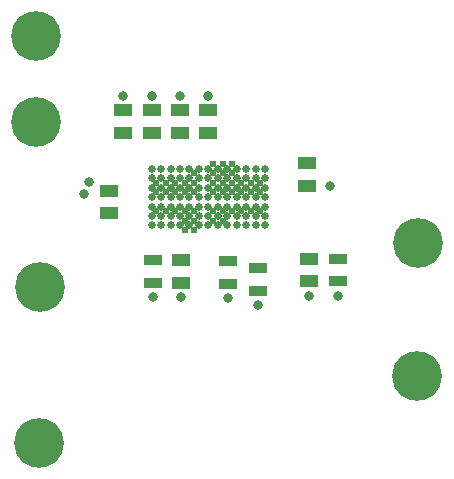
<source format=gts>
G04*
G04 #@! TF.GenerationSoftware,Altium Limited,Altium Designer,23.3.1 (30)*
G04*
G04 Layer_Color=8388736*
%FSLAX44Y44*%
%MOMM*%
G71*
G04*
G04 #@! TF.SameCoordinates,88914B4D-56C6-40B9-BAF4-16A5A3F371A8*
G04*
G04*
G04 #@! TF.FilePolarity,Negative*
G04*
G01*
G75*
%ADD15R,1.5032X0.9032*%
%ADD16R,1.5032X1.1032*%
%ADD17C,0.6532*%
%ADD18C,4.2032*%
%ADD19C,0.8032*%
%ADD20C,0.6032*%
D15*
X314500Y177250D02*
D03*
Y196250D02*
D03*
X381750Y204250D02*
D03*
Y185250D02*
D03*
X225000Y203000D02*
D03*
Y184000D02*
D03*
X289250Y183250D02*
D03*
Y202250D02*
D03*
D16*
X224250Y330000D02*
D03*
Y311000D02*
D03*
X357750Y185250D02*
D03*
Y204250D02*
D03*
X249000Y184000D02*
D03*
Y203000D02*
D03*
X188250Y262000D02*
D03*
Y243000D02*
D03*
X248250Y311000D02*
D03*
Y330000D02*
D03*
X272250Y311000D02*
D03*
Y330000D02*
D03*
X200250Y311000D02*
D03*
Y330000D02*
D03*
X356000Y266250D02*
D03*
Y285250D02*
D03*
D17*
X320250Y280500D02*
D03*
Y272500D02*
D03*
Y264500D02*
D03*
Y256500D02*
D03*
Y248500D02*
D03*
Y240500D02*
D03*
Y232500D02*
D03*
X312250Y280500D02*
D03*
Y272500D02*
D03*
Y264500D02*
D03*
Y256500D02*
D03*
Y248500D02*
D03*
Y240500D02*
D03*
Y232500D02*
D03*
X304250Y280500D02*
D03*
Y272500D02*
D03*
Y264500D02*
D03*
Y256500D02*
D03*
Y248500D02*
D03*
Y240500D02*
D03*
Y232500D02*
D03*
X296250Y280500D02*
D03*
Y272500D02*
D03*
Y264500D02*
D03*
Y256500D02*
D03*
Y248500D02*
D03*
Y240500D02*
D03*
Y232500D02*
D03*
X288250Y280500D02*
D03*
Y272500D02*
D03*
Y264500D02*
D03*
Y256500D02*
D03*
Y248500D02*
D03*
Y240500D02*
D03*
Y232500D02*
D03*
X280250Y280500D02*
D03*
Y272500D02*
D03*
Y264500D02*
D03*
Y256500D02*
D03*
Y248500D02*
D03*
Y240500D02*
D03*
Y232500D02*
D03*
X272250Y280500D02*
D03*
Y272500D02*
D03*
Y264500D02*
D03*
Y256500D02*
D03*
Y248500D02*
D03*
Y240500D02*
D03*
Y232500D02*
D03*
X264250Y280500D02*
D03*
Y272500D02*
D03*
Y264500D02*
D03*
Y256500D02*
D03*
Y248500D02*
D03*
Y240500D02*
D03*
Y232500D02*
D03*
X256250Y280500D02*
D03*
Y272500D02*
D03*
Y264500D02*
D03*
Y256500D02*
D03*
Y248500D02*
D03*
Y240500D02*
D03*
Y232500D02*
D03*
X248250Y280500D02*
D03*
Y272500D02*
D03*
Y264500D02*
D03*
Y256500D02*
D03*
Y248500D02*
D03*
Y240500D02*
D03*
Y232500D02*
D03*
X240250Y280500D02*
D03*
Y272500D02*
D03*
Y264500D02*
D03*
Y256500D02*
D03*
Y248500D02*
D03*
Y240500D02*
D03*
Y232500D02*
D03*
X232250Y280500D02*
D03*
Y272500D02*
D03*
Y264500D02*
D03*
Y256500D02*
D03*
Y248500D02*
D03*
Y240500D02*
D03*
Y232500D02*
D03*
X224250Y280500D02*
D03*
Y272500D02*
D03*
Y264500D02*
D03*
Y256500D02*
D03*
Y248500D02*
D03*
Y240500D02*
D03*
Y232500D02*
D03*
D18*
X449250Y104750D02*
D03*
X449950Y217500D02*
D03*
X129450Y180750D02*
D03*
X126250Y320000D02*
D03*
X126000Y392750D02*
D03*
X128500Y48500D02*
D03*
D19*
X314500Y164750D02*
D03*
X289250Y170750D02*
D03*
X171250Y269000D02*
D03*
X167000Y259500D02*
D03*
X375250Y266250D02*
D03*
X200250Y342500D02*
D03*
X224250Y342500D02*
D03*
X248250Y342500D02*
D03*
X272250D02*
D03*
X225000Y171500D02*
D03*
X249000D02*
D03*
X357750Y172750D02*
D03*
X381750D02*
D03*
D20*
X292250Y276500D02*
D03*
Y284500D02*
D03*
X276250Y260500D02*
D03*
Y268500D02*
D03*
X316250D02*
D03*
X308250D02*
D03*
X316250Y260500D02*
D03*
X308250D02*
D03*
X284250Y284500D02*
D03*
X276250D02*
D03*
X284250Y276500D02*
D03*
X276250D02*
D03*
X300250Y268500D02*
D03*
X292250D02*
D03*
X284250D02*
D03*
X300250Y260500D02*
D03*
X292250D02*
D03*
X284250D02*
D03*
X316250Y244500D02*
D03*
X308250D02*
D03*
X300250D02*
D03*
X292250D02*
D03*
X284250D02*
D03*
X276250D02*
D03*
X284250Y236500D02*
D03*
X276250D02*
D03*
X260250Y228500D02*
D03*
X252250D02*
D03*
X260250Y236500D02*
D03*
X252250D02*
D03*
X260250Y244500D02*
D03*
X252250D02*
D03*
X260250Y260500D02*
D03*
X252250D02*
D03*
Y268500D02*
D03*
X260250D02*
D03*
Y276500D02*
D03*
X244250Y244500D02*
D03*
X236250D02*
D03*
X244250Y260500D02*
D03*
X236250D02*
D03*
X244250Y268500D02*
D03*
X236250D02*
D03*
X228250Y244500D02*
D03*
Y268500D02*
D03*
Y260500D02*
D03*
M02*

</source>
